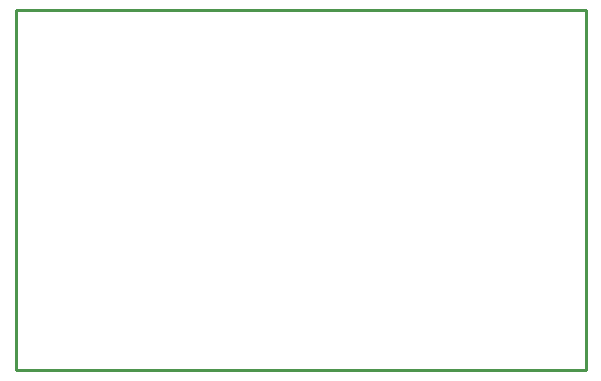
<source format=gko>
G04 Layer: BoardOutline*
G04 EasyEDA v6.4.3, 2020-09-28T11:24:18+02:00*
G04 db6a862be2b4476fa8aa916105e7e4dd,b5629027151c44a780a78c7d9cec2130,10*
G04 Gerber Generator version 0.2*
G04 Scale: 100 percent, Rotated: No, Reflected: No *
G04 Dimensions in inches *
G04 leading zeros omitted , absolute positions ,2 integer and 4 decimal *
%FSLAX24Y24*%
%MOIN*%
G90*
G70D02*

%ADD10C,0.010000*%
G54D10*
G01X19000Y12000D02*
G01X50Y12000D01*
G01X0Y12000D01*
G01X19000Y12000D02*
G01X19000Y7000D01*
G01X19000Y0D01*
G01X0Y0D01*
G01X0Y12000D01*

%LPD*%
M00*
M02*

</source>
